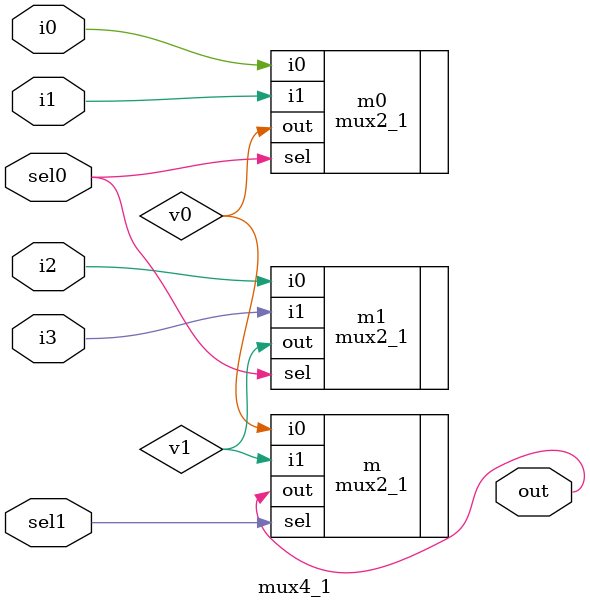
<source format=sv>
module mux4_1(out, i0, i1, i2, i3, sel0, sel1);
	output out;
	input i0, i1, i2, i3, sel0, sel1;
	wire v0, v1;
	
	mux2_1 m0(.out(v0), .i0(i0), .i1(i1), .sel(sel0));
	mux2_1 m1(.out(v1), .i0(i2), .i1(i3), .sel(sel0));
	mux2_1 m (.out(out), .i0(v0), .i1(v1), .sel(sel1));
endmodule

</source>
